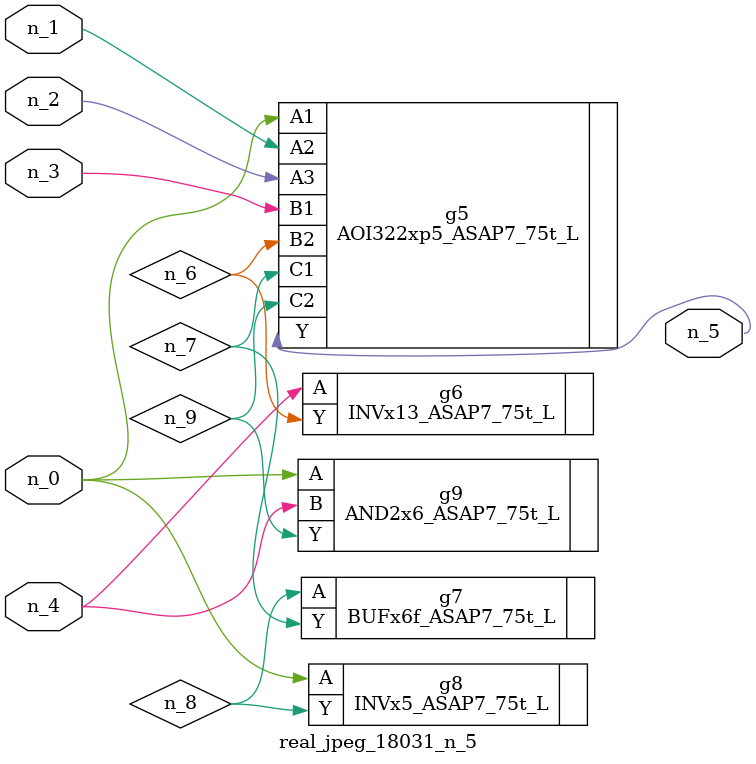
<source format=v>
module real_jpeg_18031_n_5 (n_4, n_0, n_1, n_2, n_3, n_5);

input n_4;
input n_0;
input n_1;
input n_2;
input n_3;

output n_5;

wire n_8;
wire n_6;
wire n_7;
wire n_9;

AOI322xp5_ASAP7_75t_L g5 ( 
.A1(n_0),
.A2(n_1),
.A3(n_2),
.B1(n_3),
.B2(n_6),
.C1(n_7),
.C2(n_9),
.Y(n_5)
);

INVx5_ASAP7_75t_L g8 ( 
.A(n_0),
.Y(n_8)
);

AND2x6_ASAP7_75t_L g9 ( 
.A(n_0),
.B(n_4),
.Y(n_9)
);

INVx13_ASAP7_75t_L g6 ( 
.A(n_4),
.Y(n_6)
);

BUFx6f_ASAP7_75t_L g7 ( 
.A(n_8),
.Y(n_7)
);


endmodule
</source>
